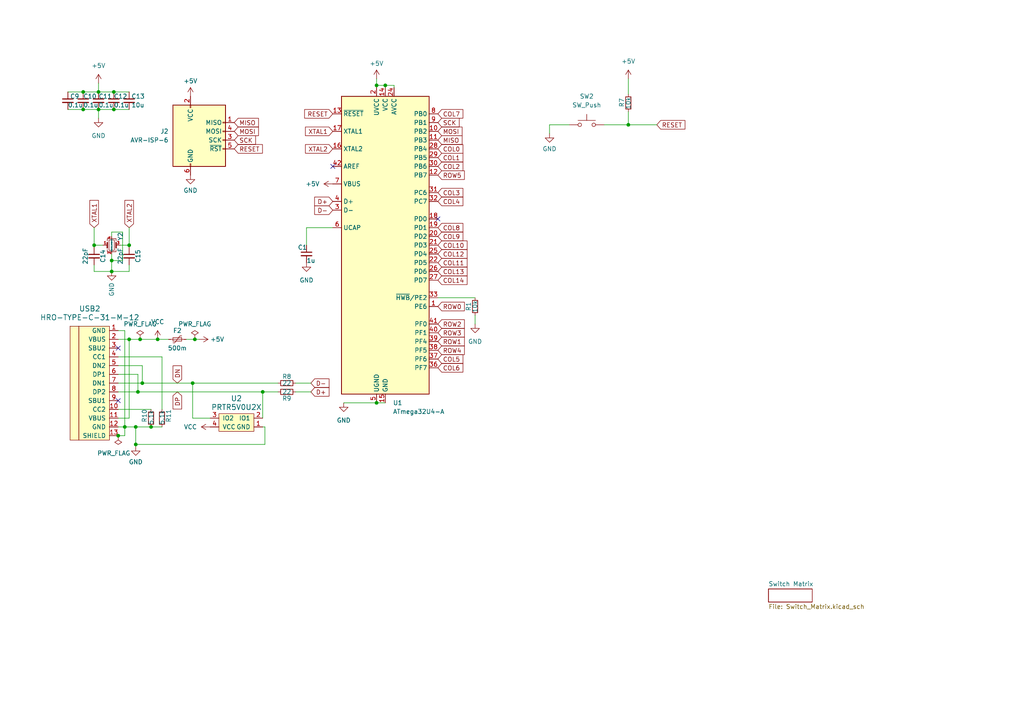
<source format=kicad_sch>
(kicad_sch (version 20230121) (generator eeschema)
  (paper "A4")
  (lib_symbols
    (symbol "Connector:AVR-ISP-6" (pin_names (offset 1.016))
      (property "Reference" "J" (at -6.35 11.43 0))
      (property "Value" "AVR-ISP-6" (at 0 11.43 0))
      (symbol "AVR-ISP-6_0_1"
        (rectangle (start -2.667 -6.858) (end -2.413 -7.62))
        (rectangle (start -2.667 10.16) (end -2.413 9.398))
        (rectangle (start 7.62 -2.413) (end 6.858 -2.667))
        (rectangle (start 7.62 0.127) (end 6.858 -0.127))
        (rectangle (start 7.62 2.667) (end 6.858 2.413))
        (rectangle (start 7.62 5.207) (end 6.858 4.953))
        (rectangle (start 7.62 10.16) (end -7.62 -7.62) (stroke (width 0.254)) (fill (type background)))
      )
      (symbol "AVR-ISP-6_1_1"
        (pin passive line (at 10.16 5.08 180) (length 2.54) (name "MISO") (number "1"))
        (pin passive line (at -2.54 12.7 270) (length 2.54) (name "VCC") (number "2"))
        (pin passive line (at 10.16 0 180) (length 2.54) (name "SCK") (number "3"))
        (pin passive line (at 10.16 2.54 180) (length 2.54) (name "MOSI") (number "4"))
        (pin passive line (at 10.16 -2.54 180) (length 2.54) (name "~{RST}") (number "5"))
        (pin passive line (at -2.54 -10.16 90) (length 2.54) (name "GND") (number "6"))
      )
    )
    (symbol "Device:C_Small" (pin_numbers hide) (pin_names (offset 0.254) hide)
      (property "Reference" "C" (at 0.254 1.778 0))
      (property "Value" "C_Small" (at 0.254 -2.032 0))
      (symbol "C_Small_0_1"
        (polyline (pts (xy -1.524 -0.508) (xy 1.524 -0.508)) (stroke (width 0.3302)))
        (polyline (pts (xy -1.524 0.508) (xy 1.524 0.508)) (stroke (width 0.3048)))
      )
      (symbol "C_Small_1_1"
        (pin passive line (at 0 2.54 270) (length 2.032) (name "~") (number "1"))
        (pin passive line (at 0 -2.54 90) (length 2.032) (name "~") (number "2"))
      )
    )
    (symbol "Device:Crystal_GND24_Small" (pin_names (offset 1.016) hide)
      (property "Reference" "Y" (at 1.27 4.445 0))
      (property "Value" "Crystal_GND24_Small" (at 1.27 2.54 0))
      (symbol "Crystal_GND24_Small_0_1"
        (rectangle (start -0.762 -1.524) (end 0.762 1.524))
        (polyline (pts (xy -1.27 -0.762) (xy -1.27 0.762)) (stroke (width 0.381)))
        (polyline (pts (xy 1.27 -0.762) (xy 1.27 0.762)) (stroke (width 0.381)))
        (polyline (pts (xy -1.27 -1.27) (xy -1.27 -1.905) (xy 1.27 -1.905) (xy 1.27 -1.27)))
        (polyline (pts (xy -1.27 1.27) (xy -1.27 1.905) (xy 1.27 1.905) (xy 1.27 1.27)))
      )
      (symbol "Crystal_GND24_Small_1_1"
        (pin passive line (at -2.54 0 0) (length 1.27) (name "1") (number "1"))
        (pin passive line (at 0 -2.54 90) (length 0.635) (name "2") (number "2"))
        (pin passive line (at 2.54 0 180) (length 1.27) (name "3") (number "3"))
        (pin passive line (at 0 2.54 270) (length 0.635) (name "4") (number "4"))
      )
    )
    (symbol "Device:Polyfuse_Small" (pin_numbers hide) (pin_names (offset 0))
      (property "Reference" "F" (at -1.905 0 90))
      (property "Value" "Polyfuse_Small" (at 1.905 0 90))
      (symbol "Polyfuse_Small_0_1"
        (rectangle (start -0.508 1.27) (end 0.508 -1.27))
        (polyline (pts (xy 0 2.54) (xy 0 -2.54)))
        (polyline (pts (xy -1.016 1.27) (xy -1.016 0.762) (xy 1.016 -0.762) (xy 1.016 -1.27)))
      )
      (symbol "Polyfuse_Small_1_1"
        (pin passive line (at 0 2.54 270) (length 0.635) (name "~") (number "1"))
        (pin passive line (at 0 -2.54 90) (length 0.635) (name "~") (number "2"))
      )
    )
    (symbol "Device:R_Small" (pin_numbers hide) (pin_names (offset 0.254) hide)
      (property "Reference" "R" (at 0.762 0.508 0))
      (property "Value" "R_Small" (at 0.762 -1.016 0))
      (symbol "R_Small_0_1"
        (rectangle (start -0.762 1.778) (end 0.762 -1.778) (stroke (width 0.2032)))
      )
      (symbol "R_Small_1_1"
        (pin passive line (at 0 2.54 270) (length 0.762) (name "~") (number "1"))
        (pin passive line (at 0 -2.54 90) (length 0.762) (name "~") (number "2"))
      )
    )
    (symbol "MCU_Microchip_ATmega:ATmega32U4-A"
      (property "Reference" "U" (at -12.7 44.45 0))
      (property "Value" "ATmega32U4-A" (at 2.54 -44.45 0))
      (symbol "ATmega32U4-A_0_1"
        (rectangle (start -12.7 -43.18) (end 12.7 43.18) (stroke (width 0.254)) (fill (type background)))
      )
      (symbol "ATmega32U4-A_1_1"
        (pin bidirectional line (at 15.24 -17.78 180) (length 2.54) (name "PE6") (number "1"))
        (pin bidirectional line (at 15.24 33.02 180) (length 2.54) (name "PB2") (number "10"))
        (pin bidirectional line (at 15.24 30.48 180) (length 2.54) (name "PB3") (number "11"))
        (pin bidirectional line (at 15.24 20.32 180) (length 2.54) (name "PB7") (number "12"))
        (pin input line (at -15.24 38.1 0) (length 2.54) (name "~{RESET}") (number "13"))
        (pin power_in line (at 0 45.72 270) (length 2.54) (name "VCC") (number "14"))
        (pin power_in line (at 0 -45.72 90) (length 2.54) (name "GND") (number "15"))
        (pin output line (at -15.24 27.94 0) (length 2.54) (name "XTAL2") (number "16"))
        (pin input line (at -15.24 33.02 0) (length 2.54) (name "XTAL1") (number "17"))
        (pin bidirectional line (at 15.24 7.62 180) (length 2.54) (name "PD0") (number "18"))
        (pin bidirectional line (at 15.24 5.08 180) (length 2.54) (name "PD1") (number "19"))
        (pin power_in line (at -2.54 45.72 270) (length 2.54) (name "UVCC") (number "2"))
        (pin bidirectional line (at 15.24 2.54 180) (length 2.54) (name "PD2") (number "20"))
        (pin bidirectional line (at 15.24 0 180) (length 2.54) (name "PD3") (number "21"))
        (pin bidirectional line (at 15.24 -5.08 180) (length 2.54) (name "PD5") (number "22"))
        (pin passive line (at 0 -45.72 90) (length 2.54) hide (name "GND") (number "23"))
        (pin power_in line (at 2.54 45.72 270) (length 2.54) (name "AVCC") (number "24"))
        (pin bidirectional line (at 15.24 -2.54 180) (length 2.54) (name "PD4") (number "25"))
        (pin bidirectional line (at 15.24 -7.62 180) (length 2.54) (name "PD6") (number "26"))
        (pin bidirectional line (at 15.24 -10.16 180) (length 2.54) (name "PD7") (number "27"))
        (pin bidirectional line (at 15.24 27.94 180) (length 2.54) (name "PB4") (number "28"))
        (pin bidirectional line (at 15.24 25.4 180) (length 2.54) (name "PB5") (number "29"))
        (pin bidirectional line (at -15.24 10.16 0) (length 2.54) (name "D-") (number "3"))
        (pin bidirectional line (at 15.24 22.86 180) (length 2.54) (name "PB6") (number "30"))
        (pin bidirectional line (at 15.24 15.24 180) (length 2.54) (name "PC6") (number "31"))
        (pin bidirectional line (at 15.24 12.7 180) (length 2.54) (name "PC7") (number "32"))
        (pin bidirectional line (at 15.24 -15.24 180) (length 2.54) (name "~{HWB}/PE2") (number "33"))
        (pin passive line (at 0 45.72 270) (length 2.54) hide (name "VCC") (number "34"))
        (pin passive line (at 0 -45.72 90) (length 2.54) hide (name "GND") (number "35"))
        (pin bidirectional line (at 15.24 -35.56 180) (length 2.54) (name "PF7") (number "36"))
        (pin bidirectional line (at 15.24 -33.02 180) (length 2.54) (name "PF6") (number "37"))
        (pin bidirectional line (at 15.24 -30.48 180) (length 2.54) (name "PF5") (number "38"))
        (pin bidirectional line (at 15.24 -27.94 180) (length 2.54) (name "PF4") (number "39"))
        (pin bidirectional line (at -15.24 12.7 0) (length 2.54) (name "D+") (number "4"))
        (pin bidirectional line (at 15.24 -25.4 180) (length 2.54) (name "PF1") (number "40"))
        (pin bidirectional line (at 15.24 -22.86 180) (length 2.54) (name "PF0") (number "41"))
        (pin passive line (at -15.24 22.86 0) (length 2.54) (name "AREF") (number "42"))
        (pin passive line (at 0 -45.72 90) (length 2.54) hide (name "GND") (number "43"))
        (pin passive line (at 2.54 45.72 270) (length 2.54) hide (name "AVCC") (number "44"))
        (pin passive line (at -2.54 -45.72 90) (length 2.54) (name "UGND") (number "5"))
        (pin passive line (at -15.24 5.08 0) (length 2.54) (name "UCAP") (number "6"))
        (pin input line (at -15.24 17.78 0) (length 2.54) (name "VBUS") (number "7"))
        (pin bidirectional line (at 15.24 38.1 180) (length 2.54) (name "PB0") (number "8"))
        (pin bidirectional line (at 15.24 35.56 180) (length 2.54) (name "PB1") (number "9"))
      )
    )
    (symbol "Switch:SW_Push" (pin_numbers hide) (pin_names (offset 1.016) hide)
      (property "Reference" "SW" (at 1.27 2.54 0))
      (property "Value" "SW_Push" (at 0 -1.524 0))
      (symbol "SW_Push_0_1"
        (circle (center -2.032 0) (radius 0.508))
        (polyline (pts (xy 0 1.27) (xy 0 3.048)))
        (polyline (pts (xy 2.54 1.27) (xy -2.54 1.27)))
        (circle (center 2.032 0) (radius 0.508))
        (pin passive line (at -5.08 0 0) (length 2.54) (name "1") (number "1"))
        (pin passive line (at 5.08 0 180) (length 2.54) (name "2") (number "2"))
      )
    )
    (symbol "Type-C:HRO-TYPE-C-31-M-12" (pin_names (offset 1.016))
      (property "Reference" "USB" (at -5.08 16.51 0))
      (property "Value" "HRO-TYPE-C-31-M-12" (at -10.16 -1.27 90))
      (symbol "HRO-TYPE-C-31-M-12_0_1"
        (rectangle (start -11.43 15.24) (end -8.89 -17.78) (fill (type background)))
        (rectangle (start 0 -17.78) (end -8.89 15.24) (fill (type background)))
      )
      (symbol "HRO-TYPE-C-31-M-12_1_1"
        (pin input line (at 2.54 13.97 180) (length 2.54) (name "GND") (number "1"))
        (pin input line (at 2.54 -8.89 180) (length 2.54) (name "CC2") (number "10"))
        (pin input line (at 2.54 -11.43 180) (length 2.54) (name "VBUS") (number "11"))
        (pin input line (at 2.54 -13.97 180) (length 2.54) (name "GND") (number "12"))
        (pin input line (at 2.54 -16.51 180) (length 2.54) (name "SHIELD") (number "13"))
        (pin input line (at 2.54 11.43 180) (length 2.54) (name "VBUS") (number "2"))
        (pin input line (at 2.54 8.89 180) (length 2.54) (name "SBU2") (number "3"))
        (pin input line (at 2.54 6.35 180) (length 2.54) (name "CC1") (number "4"))
        (pin input line (at 2.54 3.81 180) (length 2.54) (name "DN2") (number "5"))
        (pin input line (at 2.54 1.27 180) (length 2.54) (name "DP1") (number "6"))
        (pin input line (at 2.54 -1.27 180) (length 2.54) (name "DN1") (number "7"))
        (pin input line (at 2.54 -3.81 180) (length 2.54) (name "DP2") (number "8"))
        (pin input line (at 2.54 -6.35 180) (length 2.54) (name "SBU1") (number "9"))
      )
    )
    (symbol "power:+5V" (power) (pin_names (offset 0))
      (property "Value" "+5V" (at 0 3.556 0))
      (symbol "+5V_0_1"
        (polyline (pts (xy -0.762 1.27) (xy 0 2.54)))
        (polyline (pts (xy 0 0) (xy 0 2.54)))
        (polyline (pts (xy 0 2.54) (xy 0.762 1.27)))
      )
      (symbol "+5V_1_1"
        (pin power_in line (at 0 0 90) (length 0) hide (name "+5V") (number "1"))
      )
    )
    (symbol "power:GND" (power) (pin_names (offset 0))
      (property "Value" "GND" (at 0 -3.81 0))
      (symbol "GND_0_1"
        (polyline (pts (xy 0 0) (xy 0 -1.27) (xy 1.27 -1.27) (xy 0 -2.54) (xy -1.27 -1.27) (xy 0 -1.27)))
      )
      (symbol "GND_1_1"
        (pin power_in line (at 0 0 270) (length 0) hide (name "GND") (number "1"))
      )
    )
    (symbol "power:PWR_FLAG" (power) (pin_numbers hide) (pin_names (offset 0) hide)
      (property "Value" "PWR_FLAG" (at 0 3.81 0))
      (symbol "PWR_FLAG_0_0"
        (pin power_out line (at 0 0 90) (length 0) (name "pwr") (number "1"))
      )
      (symbol "PWR_FLAG_0_1"
        (polyline (pts (xy 0 0) (xy 0 1.27) (xy -1.016 1.905) (xy 0 2.54) (xy 1.016 1.905) (xy 0 1.27)))
      )
    )
    (symbol "power:VCC" (power) (pin_names (offset 0))
      (property "Value" "VCC" (at 0 3.81 0))
      (symbol "VCC_0_1"
        (polyline (pts (xy -0.762 1.27) (xy 0 2.54)))
        (polyline (pts (xy 0 0) (xy 0 2.54)))
        (polyline (pts (xy 0 2.54) (xy 0.762 1.27)))
      )
      (symbol "VCC_1_1"
        (pin power_in line (at 0 0 90) (length 0) hide (name "VCC") (number "1"))
      )
    )
    (symbol "random-keyboard-parts:PRTR5V0U2X" (pin_names (offset 1.016))
      (property "Reference" "U" (at 0 3.81 0))
      (property "Value" "PRTR5V0U2X" (at 0 -3.81 0))
      (symbol "PRTR5V0U2X_0_1"
        (rectangle (start -5.08 2.54) (end 5.08 -2.54) (fill (type background)))
      )
      (symbol "PRTR5V0U2X_1_1"
        (pin input line (at -7.62 1.27 0) (length 2.54) (name "GND") (number "1"))
        (pin input line (at -7.62 -1.27 0) (length 2.54) (name "IO1") (number "2"))
        (pin input line (at 7.62 -1.27 180) (length 2.54) (name "IO2") (number "3"))
        (pin input line (at 7.62 1.27 180) (length 2.54) (name "VCC") (number "4"))
      )
    )
  )
  (junction (at 109.22 116.84))
  (junction (at 34.29 126.365))
  (junction (at 39.37 128.905))
  (junction (at 56.515 98.425))
  (junction (at 41.275 111.125))
  (junction (at 37.465 71.12))
  (junction (at 33.02 26.67))
  (junction (at 182.245 36.195))
  (junction (at 32.385 78.74))
  (junction (at 39.37 123.825))
  (junction (at 111.76 24.765))
  (junction (at 45.72 98.425))
  (junction (at 43.815 123.825))
  (junction (at 24.13 31.75))
  (junction (at 32.385 75.565))
  (junction (at 40.64 98.425))
  (junction (at 33.02 31.75))
  (junction (at 109.22 24.765))
  (junction (at 37.465 98.425))
  (junction (at 76.2 113.665))
  (junction (at 27.305 71.12))
  (junction (at 28.575 31.75))
  (junction (at 36.195 123.825))
  (junction (at 40.005 113.665))
  (junction (at 28.575 26.67))
  (junction (at 24.13 26.67))
  (junction (at 55.88 111.125))
  (no_connect (at 34.29 116.205))
  (no_connect (at 34.29 100.965))
  (no_connect (at 127 63.5))
  (no_connect (at 96.52 48.26))
  (wire (pts (xy 32.385 75.565) (xy 35.56 75.565)))
  (wire (pts (xy 55.88 111.125) (xy 80.645 111.125)))
  (wire (pts (xy 46.99 103.505) (xy 46.99 118.745)))
  (wire (pts (xy 34.29 123.825) (xy 36.195 123.825)))
  (wire (pts (xy 182.245 36.195) (xy 190.5 36.195)))
  (wire (pts (xy 40.64 98.425) (xy 45.72 98.425)))
  (wire (pts (xy 41.275 111.125) (xy 55.88 111.125)))
  (wire (pts (xy 28.575 26.67) (xy 33.02 26.67)))
  (wire (pts (xy 175.26 36.195) (xy 182.245 36.195)))
  (wire (pts (xy 34.29 126.365) (xy 36.195 126.365)))
  (wire (pts (xy 40.005 108.585) (xy 40.005 113.665)))
  (wire (pts (xy 34.29 118.745) (xy 43.815 118.745)))
  (wire (pts (xy 55.88 121.285) (xy 55.88 111.125)))
  (wire (pts (xy 56.515 98.425) (xy 57.785 98.425)))
  (wire (pts (xy 96.52 66.04) (xy 88.9 66.04)))
  (wire (pts (xy 32.385 73.66) (xy 32.385 75.565)))
  (wire (pts (xy 45.72 98.425) (xy 48.895 98.425)))
  (wire (pts (xy 137.795 91.44) (xy 137.795 93.98)))
  (wire (pts (xy 39.37 128.905) (xy 39.37 129.54)))
  (wire (pts (xy 33.02 31.75) (xy 37.465 31.75)))
  (wire (pts (xy 34.29 111.125) (xy 41.275 111.125)))
  (wire (pts (xy 28.575 31.75) (xy 28.575 34.29)))
  (wire (pts (xy 53.975 98.425) (xy 56.515 98.425)))
  (wire (pts (xy 34.29 121.285) (xy 37.465 121.285)))
  (wire (pts (xy 36.195 123.825) (xy 36.195 95.885)))
  (wire (pts (xy 28.575 24.13) (xy 28.575 26.67)))
  (wire (pts (xy 182.245 32.385) (xy 182.245 36.195)))
  (wire (pts (xy 28.575 31.75) (xy 33.02 31.75)))
  (wire (pts (xy 109.22 116.84) (xy 111.76 116.84)))
  (wire (pts (xy 27.305 71.12) (xy 27.305 71.755)))
  (wire (pts (xy 37.465 71.12) (xy 37.465 71.755)))
  (wire (pts (xy 88.9 66.04) (xy 88.9 71.12)))
  (wire (pts (xy 40.005 113.665) (xy 76.2 113.665)))
  (wire (pts (xy 29.845 71.12) (xy 27.305 71.12)))
  (wire (pts (xy 24.13 26.67) (xy 28.575 26.67)))
  (wire (pts (xy 32.385 67.31) (xy 32.385 68.58)))
  (wire (pts (xy 34.29 106.045) (xy 41.275 106.045)))
  (wire (pts (xy 33.02 26.67) (xy 37.465 26.67)))
  (wire (pts (xy 34.29 108.585) (xy 40.005 108.585)))
  (wire (pts (xy 76.835 128.905) (xy 76.835 123.825)))
  (wire (pts (xy 36.195 123.825) (xy 36.195 126.365)))
  (wire (pts (xy 159.385 36.195) (xy 159.385 38.735)))
  (wire (pts (xy 109.22 24.765) (xy 111.76 24.765)))
  (wire (pts (xy 76.2 113.665) (xy 76.2 121.285)))
  (wire (pts (xy 37.465 66.04) (xy 37.465 71.12)))
  (wire (pts (xy 182.245 22.86) (xy 182.245 27.305)))
  (wire (pts (xy 76.2 113.665) (xy 80.645 113.665)))
  (wire (pts (xy 36.195 123.825) (xy 39.37 123.825)))
  (wire (pts (xy 27.305 78.74) (xy 27.305 76.835)))
  (wire (pts (xy 19.685 31.75) (xy 24.13 31.75)))
  (wire (pts (xy 36.195 95.885) (xy 34.29 95.885)))
  (wire (pts (xy 114.3 24.765) (xy 111.76 24.765)))
  (wire (pts (xy 27.305 66.04) (xy 27.305 71.12)))
  (wire (pts (xy 39.37 123.825) (xy 39.37 128.905)))
  (wire (pts (xy 34.29 98.425) (xy 37.465 98.425)))
  (wire (pts (xy 114.3 25.4) (xy 114.3 24.765)))
  (wire (pts (xy 35.56 75.565) (xy 35.56 67.31)))
  (wire (pts (xy 32.385 78.74) (xy 27.305 78.74)))
  (wire (pts (xy 85.725 111.125) (xy 90.17 111.125)))
  (wire (pts (xy 111.76 24.765) (xy 111.76 25.4)))
  (wire (pts (xy 99.695 116.84) (xy 109.22 116.84)))
  (wire (pts (xy 85.725 113.665) (xy 90.17 113.665)))
  (wire (pts (xy 165.1 36.195) (xy 159.385 36.195)))
  (wire (pts (xy 34.29 103.505) (xy 46.99 103.505)))
  (wire (pts (xy 60.96 121.285) (xy 55.88 121.285)))
  (wire (pts (xy 41.275 106.045) (xy 41.275 111.125)))
  (wire (pts (xy 43.815 123.825) (xy 46.99 123.825)))
  (wire (pts (xy 34.29 113.665) (xy 40.005 113.665)))
  (wire (pts (xy 39.37 123.825) (xy 43.815 123.825)))
  (wire (pts (xy 24.13 31.75) (xy 28.575 31.75)))
  (wire (pts (xy 39.37 128.905) (xy 76.835 128.905)))
  (wire (pts (xy 127 86.36) (xy 137.795 86.36)))
  (wire (pts (xy 34.925 71.12) (xy 37.465 71.12)))
  (wire (pts (xy 32.385 75.565) (xy 32.385 78.74)))
  (wire (pts (xy 37.465 78.74) (xy 32.385 78.74)))
  (wire (pts (xy 37.465 76.835) (xy 37.465 78.74)))
  (wire (pts (xy 35.56 67.31) (xy 32.385 67.31)))
  (wire (pts (xy 19.685 26.67) (xy 24.13 26.67)))
  (wire (pts (xy 37.465 98.425) (xy 40.64 98.425)))
  (wire (pts (xy 109.22 22.86) (xy 109.22 24.765)))
  (wire (pts (xy 37.465 121.285) (xy 37.465 98.425)))
  (wire (pts (xy 109.22 25.4) (xy 109.22 24.765)))
  (wire (pts (xy 76.835 123.825) (xy 76.2 123.825)))
  (global_label "MISO" (shape input) (at 67.945 35.56 0) (property "Intersheetrefs" "${INTERSHEET_REFS}" (effects hide)))
  (global_label "COL5" (shape input) (at 127 104.14 0) (property "Intersheetrefs" "${INTERSHEET_REFS}" (effects hide)))
  (global_label "ROW1" (shape input) (at 127 99.06 0) (property "Intersheetrefs" "${INTERSHEET_REFS}" (effects hide)))
  (global_label "ROW0" (shape input) (at 127 88.9 0) (property "Intersheetrefs" "${INTERSHEET_REFS}" (effects hide)))
  (global_label "COL9" (shape input) (at 127 68.58 0) (property "Intersheetrefs" "${INTERSHEET_REFS}" (effects hide)))
  (global_label "D+" (shape input) (at 96.52 58.42 180) (property "Intersheetrefs" "${INTERSHEET_REFS}" (effects hide)))
  (global_label "COL6" (shape input) (at 127 106.68 0) (property "Intersheetrefs" "${INTERSHEET_REFS}" (effects hide)))
  (global_label "COL14" (shape input) (at 127 81.28 0) (property "Intersheetrefs" "${INTERSHEET_REFS}" (effects hide)))
  (global_label "XTAL2" (shape input) (at 96.52 43.18 180) (property "Intersheetrefs" "${INTERSHEET_REFS}" (effects hide)))
  (global_label "COL2" (shape input) (at 127 48.26 0) (property "Intersheetrefs" "${INTERSHEET_REFS}" (effects hide)))
  (global_label "MOSI" (shape input) (at 67.945 38.1 0) (property "Intersheetrefs" "${INTERSHEET_REFS}" (effects hide)))
  (global_label "COL1" (shape input) (at 127 45.72 0) (property "Intersheetrefs" "${INTERSHEET_REFS}" (effects hide)))
  (global_label "COL11" (shape input) (at 127 76.2 0) (property "Intersheetrefs" "${INTERSHEET_REFS}" (effects hide)))
  (global_label "XTAL1" (shape input) (at 96.52 38.1 180) (property "Intersheetrefs" "${INTERSHEET_REFS}" (effects hide)))
  (global_label "ROW3" (shape input) (at 127 96.52 0) (property "Intersheetrefs" "${INTERSHEET_REFS}" (effects hide)))
  (global_label "D-" (shape input) (at 90.17 111.125 0) (property "Intersheetrefs" "${INTERSHEET_REFS}" (effects hide)))
  (global_label "MISO" (shape input) (at 127 40.64 0) (property "Intersheetrefs" "${INTERSHEET_REFS}" (effects hide)))
  (global_label "DN" (shape input) (at 51.435 111.125 90) (property "Intersheetrefs" "${INTERSHEET_REFS}" (effects hide)))
  (global_label "ROW4" (shape input) (at 127 101.6 0) (property "Intersheetrefs" "${INTERSHEET_REFS}" (effects hide)))
  (global_label "RESET" (shape input) (at 190.5 36.195 0) (property "Intersheetrefs" "${INTERSHEET_REFS}" (effects hide)))
  (global_label "SCK" (shape input) (at 67.945 40.64 0) (property "Intersheetrefs" "${INTERSHEET_REFS}" (effects hide)))
  (global_label "RESET" (shape input) (at 67.945 43.18 0) (property "Intersheetrefs" "${INTERSHEET_REFS}" (effects hide)))
  (global_label "DP" (shape input) (at 51.435 113.665 270) (property "Intersheetrefs" "${INTERSHEET_REFS}" (effects hide)))
  (global_label "COL3" (shape input) (at 127 55.88 0) (property "Intersheetrefs" "${INTERSHEET_REFS}" (effects hide)))
  (global_label "COL4" (shape input) (at 127 58.42 0) (property "Intersheetrefs" "${INTERSHEET_REFS}" (effects hide)))
  (global_label "ROW2" (shape input) (at 127 93.98 0) (property "Intersheetrefs" "${INTERSHEET_REFS}" (effects hide)))
  (global_label "XTAL1" (shape input) (at 27.305 66.04 90) (property "Intersheetrefs" "${INTERSHEET_REFS}" (effects hide)))
  (global_label "RESET" (shape input) (at 96.52 33.02 180) (property "Intersheetrefs" "${INTERSHEET_REFS}" (effects hide)))
  (global_label "COL7" (shape input) (at 127 33.02 0) (property "Intersheetrefs" "${INTERSHEET_REFS}" (effects hide)))
  (global_label "SCK" (shape input) (at 127 35.56 0) (property "Intersheetrefs" "${INTERSHEET_REFS}" (effects hide)))
  (global_label "COL0" (shape input) (at 127 43.18 0) (property "Intersheetrefs" "${INTERSHEET_REFS}" (effects hide)))
  (global_label "COL8" (shape input) (at 127 66.04 0) (property "Intersheetrefs" "${INTERSHEET_REFS}" (effects hide)))
  (global_label "COL13" (shape input) (at 127 78.74 0) (property "Intersheetrefs" "${INTERSHEET_REFS}" (effects hide)))
  (global_label "COL12" (shape input) (at 127 73.66 0) (property "Intersheetrefs" "${INTERSHEET_REFS}" (effects hide)))
  (global_label "D-" (shape input) (at 96.52 60.96 180) (property "Intersheetrefs" "${INTERSHEET_REFS}" (effects hide)))
  (global_label "COL10" (shape input) (at 127 71.12 0) (property "Intersheetrefs" "${INTERSHEET_REFS}" (effects hide)))
  (global_label "D+" (shape input) (at 90.17 113.665 0) (property "Intersheetrefs" "${INTERSHEET_REFS}" (effects hide)))
  (global_label "ROW5" (shape input) (at 127 50.8 0) (property "Intersheetrefs" "${INTERSHEET_REFS}" (effects hide)))
  (global_label "MOSI" (shape input) (at 127 38.1 0) (property "Intersheetrefs" "${INTERSHEET_REFS}" (effects hide)))
  (global_label "XTAL2" (shape input) (at 37.465 66.04 90) (property "Intersheetrefs" "${INTERSHEET_REFS}" (effects hide)))
  (symbol (lib_id "power:VCC") (at 45.72 98.425 0) (unit 1)
    (property "Reference" "#PWR024" (effects hide))
    (property "Value" "VCC" (at 45.72 93.345 0))
  )
  (symbol (lib_id "power:+5V") (at 182.245 22.86 0) (unit 1)
    (property "Reference" "#PWR022" (effects hide))
    (property "Value" "+5V" (at 182.245 17.78 0))
  )
  (symbol (lib_id "Switch:SW_Push") (at 170.18 36.195 0) (unit 1)
    (property "Reference" "SW2" (at 170.18 27.94 0))
    (property "Value" "SW_Push" (at 170.18 30.48 0))
    (property "Footprint" "Button_Switch_SMD:SW_SPST_SKQG_WithStem" (effects hide))
  )
  (symbol (lib_id "Type-C:HRO-TYPE-C-31-M-12") (at 31.75 109.855 0) (unit 1)
    (property "Reference" "USB2" (at 26.035 89.535 0) (effects (font (size 1.524 1.524))))
    (property "Value" "HRO-TYPE-C-31-M-12" (at 26.035 92.075 0) (effects (font (size 1.524 1.524))))
    (property "Footprint" "Type-C.pretty-master:HRO-TYPE-C-31-M-12-HandSoldering" (effects hide))
  )
  (symbol (lib_id "Device:C_Small") (at 28.575 29.21 0) (unit 1)
    (property "Reference" "C11" (at 28.575 27.94 0) (effects (justify left)))
    (property "Value" "0.1u" (at 28.575 30.48 0) (effects (justify left)))
    (property "Footprint" "Capacitor_SMD:C_0805_2012Metric_Pad1.18x1.45mm_HandSolder" (effects hide))
  )
  (symbol (lib_id "power:PWR_FLAG") (at 56.515 98.425 0) (unit 1)
    (property "Reference" "#FLG01" (effects hide))
    (property "Value" "PWR_FLAG" (at 56.515 93.98 0))
  )
  (symbol (lib_id "Device:C_Small") (at 27.305 74.295 0) (unit 1)
    (property "Reference" "C14" (at 29.845 74.295 90))
    (property "Value" "22pF" (at 24.765 74.295 90))
    (property "Footprint" "Capacitor_SMD:C_0805_2012Metric_Pad1.18x1.45mm_HandSolder" (effects hide))
  )
  (symbol (lib_id "Connector:AVR-ISP-6") (at 57.785 40.64 0) (unit 1)
    (property "Reference" "J2" (at 48.895 38.1 0) (effects (justify right)))
    (property "Value" "AVR-ISP-6" (at 48.895 40.64 0) (effects (justify right)))
    (property "Footprint" "random-keyboard-parts:Reset_Pretty-Mask" (effects hide))
    (property "Datasheet" " ~" (effects hide))
  )
  (symbol (lib_id "Device:R_Small") (at 137.795 88.9 180) (unit 1)
    (property "Reference" "R1" (at 135.89 88.9 90))
    (property "Value" "10k" (at 137.795 88.9 90))
    (property "Footprint" "Resistor_SMD:R_0805_2012Metric_Pad1.20x1.40mm_HandSolder" (effects hide))
  )
  (symbol (lib_id "Device:R_Small") (at 83.185 113.665 90) (unit 1)
    (property "Reference" "R9" (at 83.185 115.57 90))
    (property "Value" "22" (at 83.185 113.665 90))
    (property "Footprint" "Resistor_SMD:R_0805_2012Metric_Pad1.20x1.40mm_HandSolder" (effects hide))
  )
  (symbol (lib_id "power:GND") (at 137.795 93.98 0) (unit 1)
    (property "Reference" "#PWR04" (effects hide))
    (property "Value" "GND" (at 137.795 99.06 0))
  )
  (symbol (lib_id "random-keyboard-parts:PRTR5V0U2X") (at 68.58 122.555 180) (unit 1)
    (property "Reference" "U2" (at 68.58 115.57 0) (effects (font (size 1.524 1.524))))
    (property "Value" "PRTR5V0U2X" (at 68.58 118.11 0) (effects (font (size 1.524 1.524))))
    (property "Footprint" "random-keyboard-parts:SOT143B" (effects hide))
  )
  (symbol (lib_id "Device:R_Small") (at 43.815 121.285 0) (unit 1)
    (property "Reference" "R10" (at 41.91 122.555 90) (effects (justify left)))
    (property "Value" "5.1k" (at 43.815 123.19 90) (effects (justify left)))
    (property "Footprint" "Resistor_SMD:R_0805_2012Metric_Pad1.20x1.40mm_HandSolder" (effects hide))
  )
  (symbol (lib_id "power:GND") (at 99.695 116.84 0) (unit 1)
    (property "Reference" "#PWR02" (effects hide))
    (property "Value" "GND" (at 99.695 121.92 0))
  )
  (symbol (lib_id "power:PWR_FLAG") (at 40.64 98.425 0) (unit 1)
    (property "Reference" "#FLG03" (effects hide))
    (property "Value" "PWR_FLAG" (at 40.64 93.98 0))
  )
  (symbol (lib_id "Device:Crystal_GND24_Small") (at 32.385 71.12 0) (unit 1)
    (property "Reference" "Y2" (at 34.925 68.58 90))
    (property "Value" "X322516MOB4SI" (at 32.385 71.12 90) (effects (font (size 0.3 0.3))))
    (property "Footprint" "Crystal:Crystal_SMD_3225-4Pin_3.2x2.5mm_HandSoldering" (effects hide))
  )
  (symbol (lib_id "power:+5V") (at 57.785 98.425 270) (unit 1)
    (property "Reference" "#PWR025" (effects hide))
    (property "Value" "+5V" (at 60.96 98.425 90) (effects (justify left)))
  )
  (symbol (lib_id "power:GND") (at 39.37 129.54 0) (unit 1)
    (property "Reference" "#PWR026" (effects hide))
    (property "Value" "GND" (at 39.37 133.985 0))
  )
  (symbol (lib_id "Device:C_Small") (at 88.9 73.66 0) (unit 1)
    (property "Reference" "C1" (at 86.36 71.755 0) (effects (justify left)))
    (property "Value" "1u" (at 88.9 75.565 0) (effects (justify left)))
    (property "Footprint" "Capacitor_SMD:C_0805_2012Metric_Pad1.18x1.45mm_HandSolder" (effects hide))
  )
  (symbol (lib_id "power:+5V") (at 55.245 27.94 0) (unit 1)
    (property "Reference" "#PWR019" (effects hide))
    (property "Value" "+5V" (at 55.245 23.495 0))
  )
  (symbol (lib_id "power:+5V") (at 96.52 53.34 90) (unit 1)
    (property "Reference" "#PWR016" (effects hide))
    (property "Value" "+5V" (at 92.71 53.34 90) (effects (justify left)))
  )
  (symbol (lib_id "MCU_Microchip_ATmega:ATmega32U4-A") (at 111.76 71.12 0) (unit 1)
    (property "Reference" "U1" (at 113.9541 116.84 0) (effects (justify left)))
    (property "Value" "ATmega32U4-A" (at 113.9541 119.38 0) (effects (justify left)))
    (property "Footprint" "Package_QFP:TQFP-44_10x10mm_P0.8mm" (effects hide))
    (property "Datasheet" "http://ww1.microchip.com/downloads/en/DeviceDoc/Atmel-7766-8-bit-AVR-ATmega16U4-32U4_Datasheet.pdf" (effects hide))
  )
  (symbol (lib_id "Device:R_Small") (at 46.99 121.285 0) (unit 1)
    (property "Reference" "R11" (at 48.895 122.555 90) (effects (justify left)))
    (property "Value" "5.1k" (at 46.99 123.19 90) (effects (justify left)))
    (property "Footprint" "Resistor_SMD:R_0805_2012Metric_Pad1.20x1.40mm_HandSolder" (effects hide))
  )
  (symbol (lib_id "power:+5V") (at 28.575 24.13 0) (unit 1)
    (property "Reference" "#PWR017" (effects hide))
    (property "Value" "+5V" (at 28.575 19.05 0))
  )
  (symbol (lib_id "Device:R_Small") (at 182.245 29.845 0) (unit 1)
    (property "Reference" "R7" (at 180.34 31.115 90) (effects (justify left)))
    (property "Value" "10k" (at 182.245 31.75 90) (effects (justify left)))
    (property "Footprint" "Resistor_SMD:R_0805_2012Metric_Pad1.20x1.40mm_HandSolder" (effects hide))
  )
  (symbol (lib_id "Device:C_Small") (at 33.02 29.21 0) (unit 1)
    (property "Reference" "C12" (at 33.02 27.94 0) (effects (justify left)))
    (property "Value" "0.1u" (at 33.02 30.48 0) (effects (justify left)))
    (property "Footprint" "Capacitor_SMD:C_0805_2012Metric_Pad1.18x1.45mm_HandSolder" (effects hide))
  )
  (symbol (lib_id "Device:Polyfuse_Small") (at 51.435 98.425 90) (unit 1)
    (property "Reference" "F2" (at 51.435 95.885 90))
    (property "Value" "500m" (at 51.435 100.965 90))
    (property "Footprint" "Fuse:Fuse_1206_3216Metric_Pad1.42x1.75mm_HandSolder" (effects hide))
  )
  (symbol (lib_id "Device:C_Small") (at 37.465 29.21 0) (unit 1)
    (property "Reference" "C13" (at 38.1 27.94 0) (effects (justify left)))
    (property "Value" "10u" (at 38.1 30.48 0) (effects (justify left)))
    (property "Footprint" "Capacitor_SMD:C_0805_2012Metric_Pad1.18x1.45mm_HandSolder" (effects hide))
  )
  (symbol (lib_id "power:VCC") (at 60.96 123.825 90) (unit 1)
    (property "Reference" "#PWR03" (effects hide))
    (property "Value" "VCC" (at 57.15 123.825 90) (effects (justify left)))
  )
  (symbol (lib_id "Device:C_Small") (at 37.465 74.295 0) (unit 1)
    (property "Reference" "C15" (at 40.005 74.295 90))
    (property "Value" "22pF" (at 34.925 74.295 90))
    (property "Footprint" "Capacitor_SMD:C_0805_2012Metric_Pad1.18x1.45mm_HandSolder" (effects hide))
  )
  (symbol (lib_id "power:GND") (at 88.9 76.2 0) (unit 1)
    (property "Reference" "#PWR05" (effects hide))
    (property "Value" "GND" (at 88.9 81.28 0))
  )
  (symbol (lib_id "Device:C_Small") (at 24.13 29.21 0) (unit 1)
    (property "Reference" "C10" (at 24.13 27.94 0) (effects (justify left)))
    (property "Value" "0.1u" (at 24.13 30.48 0) (effects (justify left)))
    (property "Footprint" "Capacitor_SMD:C_0805_2012Metric_Pad1.18x1.45mm_HandSolder" (effects hide))
  )
  (symbol (lib_id "power:+5V") (at 109.22 22.86 0) (unit 1)
    (property "Reference" "#PWR01" (effects hide))
    (property "Value" "+5V" (at 109.22 18.415 0))
  )
  (symbol (lib_id "power:GND") (at 32.385 78.74 0) (unit 1)
    (property "Reference" "#PWR021" (effects hide))
    (property "Value" "GND" (at 32.385 81.915 90) (effects (justify right)))
  )
  (symbol (lib_id "Device:C_Small") (at 19.685 29.21 0) (unit 1)
    (property "Reference" "C9" (at 20.32 27.94 0) (effects (justify left)))
    (property "Value" "0.1u" (at 19.685 30.48 0) (effects (justify left)))
    (property "Footprint" "Capacitor_SMD:C_0805_2012Metric_Pad1.18x1.45mm_HandSolder" (effects hide))
  )
  (symbol (lib_id "power:GND") (at 159.385 38.735 0) (unit 1)
    (property "Reference" "#PWR023" (effects hide))
    (property "Value" "GND" (at 159.385 43.18 0))
  )
  (symbol (lib_id "Device:R_Small") (at 83.185 111.125 90) (unit 1)
    (property "Reference" "R8" (at 83.185 109.22 90))
    (property "Value" "22" (at 83.185 111.125 90))
    (property "Footprint" "Resistor_SMD:R_0805_2012Metric_Pad1.20x1.40mm_HandSolder" (effects hide))
  )
  (symbol (lib_id "power:PWR_FLAG") (at 34.29 126.365 180) (unit 1)
    (property "Reference" "#FLG02" (effects hide))
    (property "Value" "PWR_FLAG" (at 33.02 131.445 0))
  )
  (symbol (lib_id "power:GND") (at 28.575 34.29 0) (unit 1)
    (property "Reference" "#PWR018" (effects hide))
    (property "Value" "GND" (at 28.575 39.37 0))
  )
  (symbol (lib_id "power:GND") (at 55.245 50.8 0) (unit 1)
    (property "Reference" "#PWR020" (effects hide))
    (property "Value" "GND" (at 55.245 55.245 0))
  )
  (sheet (at 222.885 170.815) (size 12.7 3.81) (stroke (width 0.1524))
    (property "Sheetname" "Switch Matrix" (at 222.885 170.1034 0) (effects (justify left bottom)))
    (property "Sheetfile" "Switch_Matrix.kicad_sch" (at 222.885 175.2096 0) (effects (justify left top)))
  )
)
</source>
